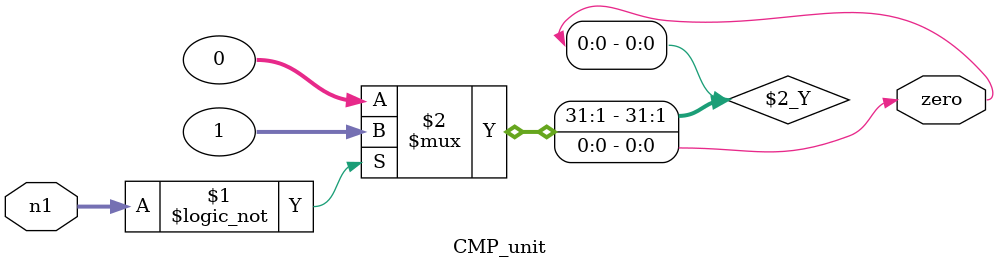
<source format=v>
module CMP_unit(
	input wire [7:0] n1,//, n2,
	output wire zero
//	output wire greater, equal, less
);
	assign zero = (n1 == 8'h00) ? 1 : 0;
/*	assign greater = (n1 > n2) ? 1 : 0;
	assign equal = (n1 == n2) ? 1 : 0;
	assign less = (n1 < n2) ? 1 : 0;*/
endmodule

</source>
